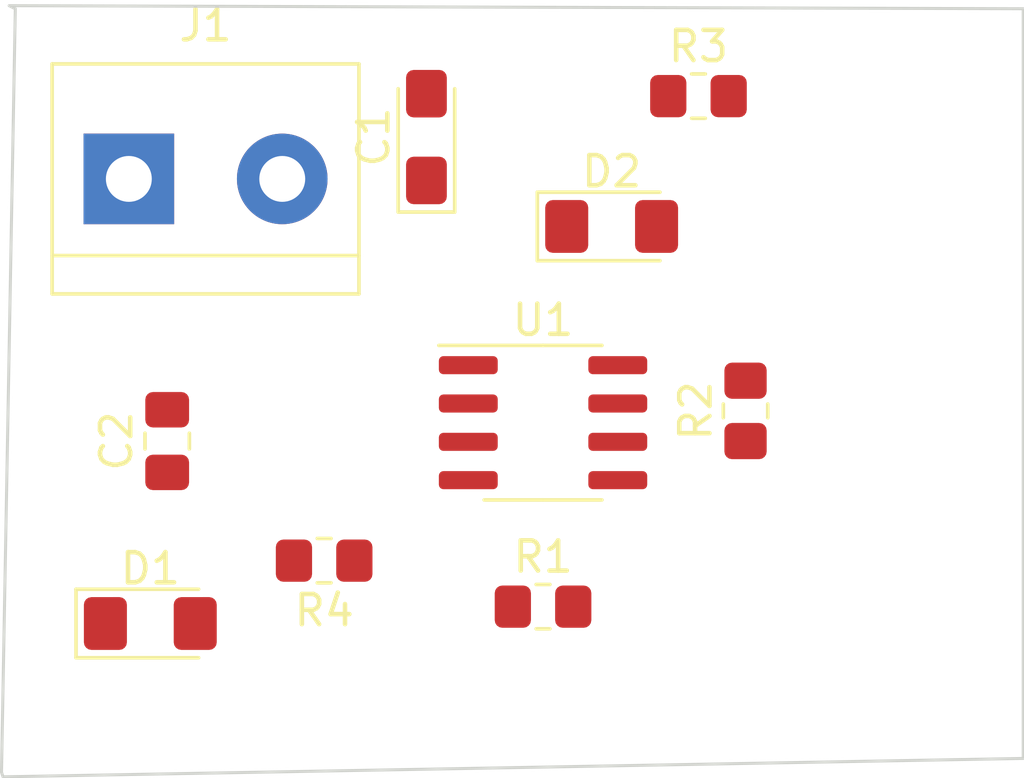
<source format=kicad_pcb>
(kicad_pcb (version 20221018) (generator pcbnew)
  (layers (0 "F.Cu" signal) (31 "B.Cu" signal) (34 "B.Paste" user) (35 "F.Paste" user) (36 "B.SilkS" user "B.Silkscreen") (37 "F.SilkS" user "F.Silkscreen") (38 "B.Mask" user) (39 "F.Mask" user) (44 "Edge.Cuts" user))
  (net 0 "")
  (net 1 "/pin_2")
  (net 2 "GND")
  (net 3 "Net-(C2-Pad1)")
  (net 4 "Net-(D1-Pad1)")
  (net 5 "+9V")
  (net 6 "Net-(D2-Pad2)")
  (net 7 "/pin_7")
  (net 8 "/pin_3")
  (footprint "LED_SMD:LED_1206_3216Metric_Pad1.42x1.75mm_HandSolder" (layer "F.Cu") (at 137.0949 85.2932)
    (fp_text reference "D2" (at 0 -1.82) (layer "F.SilkS"))
    (fp_text value "LED")
    (fp_line (start -2.46 -1.135) (end -2.46 1.135) (stroke (width 0.12)) (layer "F.SilkS"))
    (fp_line (start -2.46 1.135) (end 1.6 1.135) (stroke (width 0.12)) (layer "F.SilkS"))
    (fp_line (start 1.6 -1.135) (end -2.46 -1.135) (stroke (width 0.12)) (layer "F.SilkS"))
    (pad "1" smd roundrect (at -1.4875 0) (size 1.425 1.75) (layers "F.Cu" "F.Paste" "F.Mask") (roundrect_rratio 0.175439) (net 2 "GND"))
    (pad "2" smd roundrect (at 1.4875 0) (size 1.425 1.75) (layers "F.Cu" "F.Paste" "F.Mask") (roundrect_rratio 0.175439) (net 6 "Net-(D2-Pad2)"))
  )
  (footprint "TerminalBlock:TerminalBlock_bornier-2_P5.08mm" (layer "F.Cu") (at 121.1072 83.7184)
    (fp_text reference "J1" (at 2.54 -5.08) (layer "F.SilkS"))
    (fp_text value "Conn_01x02_Male")
    (fp_line (start -2.54 -3.81) (end -2.54 3.81) (stroke (width 0.12)) (layer "F.SilkS"))
    (fp_line (start -2.54 3.81) (end 7.62 3.81) (stroke (width 0.12)) (layer "F.SilkS"))
    (fp_line (start 7.62 -3.81) (end -2.54 -3.81) (stroke (width 0.12)) (layer "F.SilkS"))
    (fp_line (start 7.62 2.54) (end -2.54 2.54) (stroke (width 0.12)) (layer "F.SilkS"))
    (fp_line (start 7.62 3.81) (end 7.62 -3.81) (stroke (width 0.12)) (layer "F.SilkS"))
    (pad "1" thru_hole rect (at 0 0) (size 3 3) (drill 1.52) (layers "*.Cu" "*.Mask") (net 5 "+9V"))
    (pad "2" thru_hole circle (at 5.08 0) (size 3 3) (drill 1.52) (layers "*.Cu" "*.Mask") (net 2 "GND"))
  )
  (footprint "Resistor_SMD:R_0805_2012Metric_Pad1.20x1.40mm_HandSolder" (layer "F.Cu") (at 127.5748 96.3676 180)
    (fp_text reference "R4" (at 0 -1.65) (layer "F.SilkS"))
    (fp_text value "1 k")
    (fp_line (start -0.227064 -0.735) (end 0.227064 -0.735) (stroke (width 0.12)) (layer "F.SilkS"))
    (fp_line (start -0.227064 0.735) (end 0.227064 0.735) (stroke (width 0.12)) (layer "F.SilkS"))
    (pad "1" smd roundrect (at -1 0 180) (size 1.2 1.4) (layers "F.Cu" "F.Paste" "F.Mask") (roundrect_rratio 0.208333) (net 8 "/pin_3"))
    (pad "2" smd roundrect (at 1 0 180) (size 1.2 1.4) (layers "F.Cu" "F.Paste" "F.Mask") (roundrect_rratio 0.208333) (net 6 "Net-(D2-Pad2)"))
  )
  (footprint "LED_SMD:LED_1206_3216Metric_Pad1.42x1.75mm_HandSolder" (layer "F.Cu") (at 121.8184 98.4504)
    (fp_text reference "D1" (at 0 -1.82) (layer "F.SilkS"))
    (fp_text value "LED")
    (fp_line (start -2.46 -1.135) (end -2.46 1.135) (stroke (width 0.12)) (layer "F.SilkS"))
    (fp_line (start -2.46 1.135) (end 1.6 1.135) (stroke (width 0.12)) (layer "F.SilkS"))
    (fp_line (start 1.6 -1.135) (end -2.46 -1.135) (stroke (width 0.12)) (layer "F.SilkS"))
    (pad "1" smd roundrect (at -1.4875 0) (size 1.425 1.75) (layers "F.Cu" "F.Paste" "F.Mask") (roundrect_rratio 0.175439) (net 4 "Net-(D1-Pad1)"))
    (pad "2" smd roundrect (at 1.4875 0) (size 1.425 1.75) (layers "F.Cu" "F.Paste" "F.Mask") (roundrect_rratio 0.175439) (net 5 "+9V"))
  )
  (footprint "Package_SO:SOIC-8_3.9x4.9mm_P1.27mm" (layer "F.Cu") (at 134.8232 91.7956)
    (fp_text reference "U1" (at 0 -3.4) (layer "F.SilkS"))
    (fp_text value "NE555D")
    (fp_line (start 0 -2.56) (end -3.45 -2.56) (stroke (width 0.12)) (layer "F.SilkS"))
    (fp_line (start 0 -2.56) (end 1.95 -2.56) (stroke (width 0.12)) (layer "F.SilkS"))
    (fp_line (start 0 2.56) (end -1.95 2.56) (stroke (width 0.12)) (layer "F.SilkS"))
    (fp_line (start 0 2.56) (end 1.95 2.56) (stroke (width 0.12)) (layer "F.SilkS"))
    (pad "1" smd roundrect (at -2.475 -1.905) (size 1.95 0.6) (layers "F.Cu" "F.Paste" "F.Mask") (net 2 "GND"))
    (pad "2" smd roundrect (at -2.475 -0.635) (size 1.95 0.6) (layers "F.Cu" "F.Paste" "F.Mask") (net 1 "/pin_2"))
    (pad "3" smd roundrect (at -2.475 0.635) (size 1.95 0.6) (layers "F.Cu" "F.Paste" "F.Mask") (net 8 "/pin_3"))
    (pad "4" smd roundrect (at -2.475 1.905) (size 1.95 0.6) (layers "F.Cu" "F.Paste" "F.Mask") (net 5 "+9V"))
    (pad "5" smd roundrect (at 2.475 1.905) (size 1.95 0.6) (layers "F.Cu" "F.Paste" "F.Mask") (net 3 "Net-(C2-Pad1)"))
    (pad "6" smd roundrect (at 2.475 0.635) (size 1.95 0.6) (layers "F.Cu" "F.Paste" "F.Mask") (net 1 "/pin_2"))
    (pad "7" smd roundrect (at 2.475 -0.635) (size 1.95 0.6) (layers "F.Cu" "F.Paste" "F.Mask") (net 7 "/pin_7"))
    (pad "8" smd roundrect (at 2.475 -1.905) (size 1.95 0.6) (layers "F.Cu" "F.Paste" "F.Mask") (net 5 "+9V"))
  )
  (footprint "Resistor_SMD:R_0805_2012Metric_Pad1.20x1.40mm_HandSolder" (layer "F.Cu") (at 141.5288 91.4052 90)
    (fp_text reference "R2" (at 0 -1.65 90) (layer "F.SilkS"))
    (fp_text value "10 k")
    (fp_line (start -0.227064 -0.735) (end 0.227064 -0.735) (stroke (width 0.12)) (layer "F.SilkS"))
    (fp_line (start -0.227064 0.735) (end 0.227064 0.735) (stroke (width 0.12)) (layer "F.SilkS"))
    (pad "1" smd roundrect (at -1 0 90) (size 1.2 1.4) (layers "F.Cu" "F.Paste" "F.Mask") (roundrect_rratio 0.208333) (net 7 "/pin_7"))
    (pad "2" smd roundrect (at 1 0 90) (size 1.2 1.4) (layers "F.Cu" "F.Paste" "F.Mask") (roundrect_rratio 0.208333) (net 1 "/pin_2"))
  )
  (footprint "Capacitor_Tantalum_SMD:CP_EIA-3216-18_Kemet-A_Pad1.58x1.35mm_HandSolder" (layer "F.Cu") (at 130.9624 82.3317 90)
    (fp_text reference "C1" (at 0 -1.75 90) (layer "F.SilkS"))
    (fp_text value "10 uF")
    (fp_line (start -2.485 -0.935) (end -2.485 0.935) (stroke (width 0.12)) (layer "F.SilkS"))
    (fp_line (start -2.485 0.935) (end 1.6 0.935) (stroke (width 0.12)) (layer "F.SilkS"))
    (fp_line (start 1.6 -0.935) (end -2.485 -0.935) (stroke (width 0.12)) (layer "F.SilkS"))
    (pad "1" smd roundrect (at -1.4375 0 90) (size 1.575 1.35) (layers "F.Cu" "F.Paste" "F.Mask") (roundrect_rratio 0.185185) (net 1 "/pin_2"))
    (pad "2" smd roundrect (at 1.4375 0 90) (size 1.575 1.35) (layers "F.Cu" "F.Paste" "F.Mask") (roundrect_rratio 0.185185) (net 2 "GND"))
  )
  (footprint "Resistor_SMD:R_0805_2012Metric_Pad1.20x1.40mm_HandSolder" (layer "F.Cu") (at 139.97 80.9752)
    (fp_text reference "R3" (at 0 -1.65) (layer "F.SilkS"))
    (fp_text value "R")
    (fp_line (start -0.227064 -0.735) (end 0.227064 -0.735) (stroke (width 0.12)) (layer "F.SilkS"))
    (fp_line (start -0.227064 0.735) (end 0.227064 0.735) (stroke (width 0.12)) (layer "F.SilkS"))
    (pad "1" smd roundrect (at -1 0) (size 1.2 1.4) (layers "F.Cu" "F.Paste" "F.Mask") (roundrect_rratio 0.208333) (net 4 "Net-(D1-Pad1)"))
    (pad "2" smd roundrect (at 1 0) (size 1.2 1.4) (layers "F.Cu" "F.Paste" "F.Mask") (roundrect_rratio 0.208333) (net 8 "/pin_3"))
  )
  (footprint "Capacitor_SMD:C_0805_2012Metric_Pad1.18x1.45mm_HandSolder" (layer "F.Cu") (at 122.3772 92.4052 90)
    (fp_text reference "C2" (at 0 -1.68 90) (layer "F.SilkS"))
    (fp_text value "0.01 uF")
    (fp_line (start -0.261252 -0.735) (end 0.261252 -0.735) (stroke (width 0.12)) (layer "F.SilkS"))
    (fp_line (start -0.261252 0.735) (end 0.261252 0.735) (stroke (width 0.12)) (layer "F.SilkS"))
    (pad "1" smd roundrect (at -1.0375 0 90) (size 1.175 1.45) (layers "F.Cu" "F.Paste" "F.Mask") (roundrect_rratio 0.212766) (net 3 "Net-(C2-Pad1)"))
    (pad "2" smd roundrect (at 1.0375 0 90) (size 1.175 1.45) (layers "F.Cu" "F.Paste" "F.Mask") (roundrect_rratio 0.212766) (net 2 "GND"))
  )
  (footprint "Resistor_SMD:R_0805_2012Metric_Pad1.20x1.40mm_HandSolder" (layer "F.Cu") (at 134.8232 97.8916)
    (fp_text reference "R1" (at 0 -1.65) (layer "F.SilkS"))
    (fp_text value "1 k")
    (fp_line (start -0.227064 -0.735) (end 0.227064 -0.735) (stroke (width 0.12)) (layer "F.SilkS"))
    (fp_line (start -0.227064 0.735) (end 0.227064 0.735) (stroke (width 0.12)) (layer "F.SilkS"))
    (pad "1" smd roundrect (at -1 0) (size 1.2 1.4) (layers "F.Cu" "F.Paste" "F.Mask") (roundrect_rratio 0.208333) (net 5 "+9V"))
    (pad "2" smd roundrect (at 1 0) (size 1.2 1.4) (layers "F.Cu" "F.Paste" "F.Mask") (roundrect_rratio 0.208333) (net 7 "/pin_7"))
  )
  (gr_poly (pts (xy 150.7236 78.0796) (xy 150.7236 102.9208) (xy 116.9416 103.5304) (xy 116.8908 103.378) (xy 117.348 78.0796) (xy 117.1448 77.978)) (stroke (width 0.1)) (fill none) (layer "Edge.Cuts"))
)
</source>
